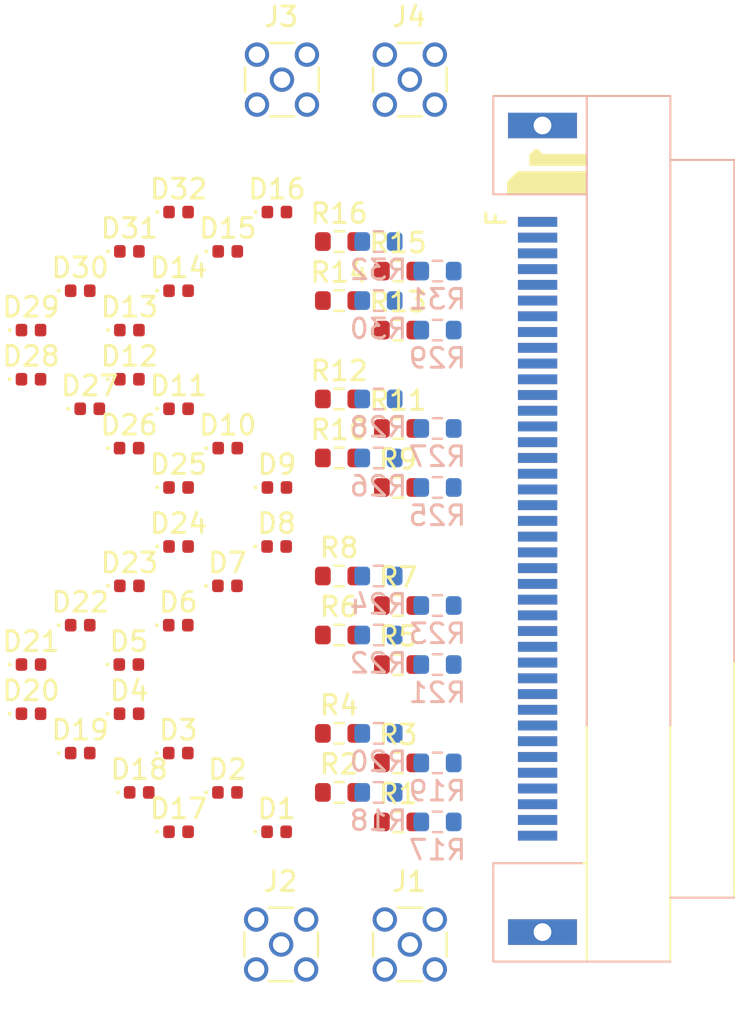
<source format=kicad_pcb>
(kicad_pcb (version 20241229) (generator "pcbnew") (generator_version "9.0")
  (layers (0 "F.Cu" signal) (2 "B.Cu" signal) (13 "F.Paste" user) (15 "B.Paste" user) (5 "F.SilkS" user "F.Silkscreen") (7 "B.SilkS" user "B.Silkscreen") (1 "F.Mask" user) (3 "B.Mask" user) (25 "Edge.Cuts" user))
  (net 0 "")
  (net 1 "GND")
  (net 2 "Net-(D1-A)")
  (net 3 "sig01")
  (net 4 "Net-(D2-A)")
  (net 5 "sig02")
  (net 6 "Net-(D3-A)")
  (net 7 "sig03")
  (net 9 "sig23")
  (net 10 "sig14")
  (net 11 "sig27")
  (net 12 "sig07")
  (net 13 "sig08")
  (net 14 "sig10")
  (net 15 "sig16")
  (net 17 "sig24")
  (net 19 "sig09")
  (net 20 "sig13")
  (net 23 "sig26")
  (net 25 "sig31")
  (net 26 "sig29")
  (net 28 "sig15")
  (net 29 "sig28")
  (net 30 "sig32")
  (net 32 "sig12")
  (net 33 "sig30")
  (net 34 "sig11")
  (net 35 "sig25")
  (net 36 "Net-(D4-A)")
  (net 37 "Net-(D5-A)")
  (net 38 "Net-(D6-A)")
  (net 39 "Net-(D7-A)")
  (net 40 "Net-(D8-A)")
  (net 41 "Net-(D9-A)")
  (net 42 "Net-(D10-A)")
  (net 43 "Net-(D11-A)")
  (net 44 "Net-(D12-A)")
  (net 45 "Net-(D13-A)")
  (net 46 "Net-(D14-A)")
  (net 47 "Net-(D15-A)")
  (net 48 "Net-(D16-A)")
  (net 49 "Net-(D17-A)")
  (net 50 "Net-(D18-A)")
  (net 51 "Net-(D19-A)")
  (net 52 "Net-(D20-A)")
  (net 53 "Net-(D21-A)")
  (net 54 "Net-(D22-A)")
  (net 55 "Net-(D23-A)")
  (net 56 "Net-(D24-A)")
  (net 57 "Net-(D25-A)")
  (net 58 "Net-(D26-A)")
  (net 59 "Net-(D27-A)")
  (net 60 "Net-(D28-A)")
  (net 61 "Net-(D29-A)")
  (net 62 "Net-(D30-A)")
  (net 63 "Net-(D31-A)")
  (net 64 "Net-(D32-A)")
  (net 65 "sig04")
  (net 66 "sig05")
  (net 67 "sig06")
  (net 68 "sig17")
  (net 69 "sig18")
  (net 70 "sig19")
  (net 71 "sig20")
  (net 72 "sig21")
  (net 73 "sig22")
  (footprint "LED_SMD:LED_0402_1005Metric" (layer "F.Cu") (at 133.515 91.5)
    (property "Reference" "D21" (at 0 -1.17 0) (layer "F.SilkS"))
    (property "Value" "LED")
    (pad "1" smd roundrect (at -0.485 0) (size 0.59 0.64) (layers "F.Cu" "F.Mask" "F.Paste") (net 1 "GND"))
    (pad "2" smd roundrect (at 0.485 0) (size 0.59 0.64) (layers "F.Cu" "F.Mask" "F.Paste") (net 53 "Net-(D21-A)"))
  )
  (footprint "LED_SMD:LED_0402_1005Metric" (layer "F.Cu") (at 133.515 77)
    (property "Reference" "D28" (at 0 -1.17 0) (layer "F.SilkS"))
    (property "Value" "LED")
    (pad "1" smd roundrect (at -0.485 0) (size 0.59 0.64) (layers "F.Cu" "F.Mask" "F.Paste") (net 1 "GND"))
    (pad "2" smd roundrect (at 0.485 0) (size 0.59 0.64) (layers "F.Cu" "F.Mask" "F.Paste") (net 60 "Net-(D28-A)"))
  )
  (footprint "Resistor_SMD:R_0603_1608Metric" (layer "F.Cu") (at 152.175 88.5)
    (property "Reference" "R7" (at 0 -1.43 0) (layer "F.SilkS"))
    (property "Value" "R")
    (pad "1" smd roundrect (at -0.825 0) (size 0.8 0.95) (layers "F.Cu" "F.Mask" "F.Paste") (net 39 "Net-(D7-A)"))
    (pad "2" smd roundrect (at 0.825 0) (size 0.8 0.95) (layers "F.Cu" "F.Mask" "F.Paste") (net 12 "sig07"))
  )
  (footprint "LED_SMD:LED_0402_1005Metric" (layer "F.Cu") (at 138.515 74.5)
    (property "Reference" "D13" (at 0 -1.17 0) (layer "F.SilkS"))
    (property "Value" "LED")
    (pad "1" smd roundrect (at -0.485 0) (size 0.59 0.64) (layers "F.Cu" "F.Mask" "F.Paste") (net 1 "GND"))
    (pad "2" smd roundrect (at 0.485 0) (size 0.59 0.64) (layers "F.Cu" "F.Mask" "F.Paste") (net 45 "Net-(D13-A)"))
  )
  (footprint "LED_SMD:LED_0402_1005Metric" (layer "F.Cu") (at 133.515 74.5)
    (property "Reference" "D29" (at 0 -1.17 0) (layer "F.SilkS"))
    (property "Value" "LED")
    (pad "1" smd roundrect (at -0.485 0) (size 0.59 0.64) (layers "F.Cu" "F.Mask" "F.Paste") (net 1 "GND"))
    (pad "2" smd roundrect (at 0.485 0) (size 0.59 0.64) (layers "F.Cu" "F.Mask" "F.Paste") (net 61 "Net-(D29-A)"))
  )
  (footprint "LED_SMD:LED_0402_1005Metric" (layer "F.Cu") (at 138.515 77)
    (property "Reference" "D12" (at 0 -1.17 0) (layer "F.SilkS"))
    (property "Value" "LED")
    (pad "1" smd roundrect (at -0.485 0) (size 0.59 0.64) (layers "F.Cu" "F.Mask" "F.Paste") (net 1 "GND"))
    (pad "2" smd roundrect (at 0.485 0) (size 0.59 0.64) (layers "F.Cu" "F.Mask" "F.Paste") (net 44 "Net-(D12-A)"))
  )
  (footprint "LED_SMD:LED_0402_1005Metric" (layer "F.Cu") (at 141 96)
    (property "Reference" "D3" (at 0 -1.17 0) (layer "F.SilkS"))
    (property "Value" "LED")
    (pad "1" smd roundrect (at -0.485 0) (size 0.59 0.64) (layers "F.Cu" "F.Mask" "F.Paste") (net 1 "GND"))
    (pad "2" smd roundrect (at 0.485 0) (size 0.59 0.64) (layers "F.Cu" "F.Mask" "F.Paste") (net 6 "Net-(D3-A)"))
  )
  (footprint "LED_SMD:LED_0402_1005Metric" (layer "F.Cu") (at 138.515 87.5)
    (property "Reference" "D23" (at 0 -1.17 0) (layer "F.SilkS"))
    (property "Value" "LED")
    (pad "1" smd roundrect (at -0.485 0) (size 0.59 0.64) (layers "F.Cu" "F.Mask" "F.Paste") (net 1 "GND"))
    (pad "2" smd roundrect (at 0.485 0) (size 0.59 0.64) (layers "F.Cu" "F.Mask" "F.Paste") (net 55 "Net-(D23-A)"))
  )
  (footprint "LED_SMD:LED_0402_1005Metric" (layer "F.Cu") (at 141.015 72.5)
    (property "Reference" "D14" (at 0 -1.17 0) (layer "F.SilkS"))
    (property "Value" "LED")
    (pad "1" smd roundrect (at -0.485 0) (size 0.59 0.64) (layers "F.Cu" "F.Mask" "F.Paste") (net 1 "GND"))
    (pad "2" smd roundrect (at 0.485 0) (size 0.59 0.64) (layers "F.Cu" "F.Mask" "F.Paste") (net 46 "Net-(D14-A)"))
  )
  (footprint "LED_SMD:LED_0402_1005Metric" (layer "F.Cu") (at 138.5 94)
    (property "Reference" "D4" (at 0 -1.17 0) (layer "F.SilkS"))
    (property "Value" "LED")
    (pad "1" smd roundrect (at -0.485 0) (size 0.59 0.64) (layers "F.Cu" "F.Mask" "F.Paste") (net 1 "GND"))
    (pad "2" smd roundrect (at 0.485 0) (size 0.59 0.64) (layers "F.Cu" "F.Mask" "F.Paste") (net 36 "Net-(D4-A)"))
  )
  (footprint "LED_SMD:LED_0402_1005Metric" (layer "F.Cu") (at 143.515 70.5)
    (property "Reference" "D15" (at 0 -1.17 0) (layer "F.SilkS"))
    (property "Value" "LED")
    (pad "1" smd roundrect (at -0.485 0) (size 0.59 0.64) (layers "F.Cu" "F.Mask" "F.Paste") (net 1 "GND"))
    (pad "2" smd roundrect (at 0.485 0) (size 0.59 0.64) (layers "F.Cu" "F.Mask" "F.Paste") (net 47 "Net-(D15-A)"))
  )
  (footprint "LED_SMD:LED_0402_1005Metric" (layer "F.Cu") (at 139.015 98)
    (property "Reference" "D18" (at 0 -1.17 0) (layer "F.SilkS"))
    (property "Value" "LED")
    (pad "1" smd roundrect (at -0.485 0) (size 0.59 0.64) (layers "F.Cu" "F.Mask" "F.Paste") (net 1 "GND"))
    (pad "2" smd roundrect (at 0.485 0) (size 0.59 0.64) (layers "F.Cu" "F.Mask" "F.Paste") (net 50 "Net-(D18-A)"))
  )
  (footprint "LED_SMD:LED_0402_1005Metric" (layer "F.Cu") (at 136.015 96)
    (property "Reference" "D19" (at 0 -1.17 0) (layer "F.SilkS"))
    (property "Value" "LED")
    (pad "1" smd roundrect (at -0.485 0) (size 0.59 0.64) (layers "F.Cu" "F.Mask" "F.Paste") (net 1 "GND"))
    (pad "2" smd roundrect (at 0.485 0) (size 0.59 0.64) (layers "F.Cu" "F.Mask" "F.Paste") (net 51 "Net-(D19-A)"))
  )
  (footprint "LED_SMD:LED_0402_1005Metric" (layer "F.Cu") (at 143.515 80.5)
    (property "Reference" "D10" (at 0 -1.17 0) (layer "F.SilkS"))
    (property "Value" "LED")
    (pad "1" smd roundrect (at -0.485 0) (size 0.59 0.64) (layers "F.Cu" "F.Mask" "F.Paste") (net 1 "GND"))
    (pad "2" smd roundrect (at 0.485 0) (size 0.59 0.64) (layers "F.Cu" "F.Mask" "F.Paste") (net 42 "Net-(D10-A)"))
  )
  (footprint "LED_SMD:LED_0402_1005Metric" (layer "F.Cu") (at 136.015 89.5)
    (property "Reference" "D22" (at 0 -1.17 0) (layer "F.SilkS"))
    (property "Value" "LED")
    (pad "1" smd roundrect (at -0.485 0) (size 0.59 0.64) (layers "F.Cu" "F.Mask" "F.Paste") (net 1 "GND"))
    (pad "2" smd roundrect (at 0.485 0) (size 0.59 0.64) (layers "F.Cu" "F.Mask" "F.Paste") (net 54 "Net-(D22-A)"))
  )
  (footprint "LED_SMD:LED_0402_1005Metric" (layer "F.Cu") (at 141.015 85.5)
    (property "Reference" "D24" (at 0 -1.17 0) (layer "F.SilkS"))
    (property "Value" "LED")
    (pad "1" smd roundrect (at -0.485 0) (size 0.59 0.64) (layers "F.Cu" "F.Mask" "F.Paste") (net 1 "GND"))
    (pad "2" smd roundrect (at 0.485 0) (size 0.59 0.64) (layers "F.Cu" "F.Mask" "F.Paste") (net 56 "Net-(D24-A)"))
  )
  (footprint "LED_SMD:LED_0402_1005Metric" (layer "F.Cu") (at 141.015 68.5)
    (property "Reference" "D32" (at 0 -1.17 0) (layer "F.SilkS"))
    (property "Value" "LED")
    (pad "1" smd roundrect (at -0.485 0) (size 0.59 0.64) (layers "F.Cu" "F.Mask" "F.Paste") (net 1 "GND"))
    (pad "2" smd roundrect (at 0.485 0) (size 0.59 0.64) (layers "F.Cu" "F.Mask" "F.Paste") (net 64 "Net-(D32-A)"))
  )
  (footprint "Connector_Coaxial:MMCX_Molex_73415-1471_Vertical" (layer "F.Cu") (at 152.77 105.73)
    (property "Reference" "J1" (at -0.04 -3.2 0) (layer "F.SilkS"))
    (property "Value" "Conn_Coaxial_Small")
    (pad "1" thru_hole circle (at 0 0) (size 1.24 1.24) (drill 0.84) (layers "*.Cu" "*.Mask") (net 3 "sig01"))
    (pad "2" thru_hole circle (at -1.27 -1.27) (size 1.24 1.24) (drill 0.84) (layers "*.Cu" "*.Mask") (net 1 "GND"))
    (pad "2" thru_hole circle (at -1.27 1.27) (size 1.24 1.24) (drill 0.84) (layers "*.Cu" "*.Mask") (net 1 "GND"))
    (pad "2" thru_hole circle (at 1.27 -1.27) (size 1.24 1.24) (drill 0.84) (layers "*.Cu" "*.Mask") (net 1 "GND"))
    (pad "2" thru_hole circle (at 1.27 1.27) (size 1.24 1.24) (drill 0.84) (layers "*.Cu" "*.Mask") (net 1 "GND"))
  )
  (footprint "LED_SMD:LED_0402_1005Metric" (layer "F.Cu") (at 141.015 100)
    (property "Reference" "D17" (at 0 -1.17 0) (layer "F.SilkS"))
    (property "Value" "LED")
    (pad "1" smd roundrect (at -0.485 0) (size 0.59 0.64) (layers "F.Cu" "F.Mask" "F.Paste") (net 1 "GND"))
    (pad "2" smd roundrect (at 0.485 0) (size 0.59 0.64) (layers "F.Cu" "F.Mask" "F.Paste") (net 49 "Net-(D17-A)"))
  )
  (footprint "LED_SMD:LED_0402_1005Metric" (layer "F.Cu") (at 143.5 87.5)
    (property "Reference" "D7" (at 0 -1.17 0) (layer "F.SilkS"))
    (property "Value" "LED")
    (pad "1" smd roundrect (at -0.485 0) (size 0.59 0.64) (layers "F.Cu" "F.Mask" "F.Paste") (net 1 "GND"))
    (pad "2" smd roundrect (at 0.485 0) (size 0.59 0.64) (layers "F.Cu" "F.Mask" "F.Paste") (net 39 "Net-(D7-A)"))
  )
  (footprint "LED_SMD:LED_0402_1005Metric" (layer "F.Cu") (at 141.015 82.5)
    (property "Reference" "D25" (at 0 -1.17 0) (layer "F.SilkS"))
    (property "Value" "LED")
    (pad "1" smd roundrect (at -0.485 0) (size 0.59 0.64) (layers "F.Cu" "F.Mask" "F.Paste") (net 1 "GND"))
    (pad "2" smd roundrect (at 0.485 0) (size 0.59 0.64) (layers "F.Cu" "F.Mask" "F.Paste") (net 57 "Net-(D25-A)"))
  )
  (footprint "LED_SMD:LED_0402_1005Metric" (layer "F.Cu") (at 146.015 82.5)
    (property "Reference" "D9" (at 0 -1.17 0) (layer "F.SilkS"))
    (property "Value" "LED")
    (pad "1" smd roundrect (at -0.485 0) (size 0.59 0.64) (layers "F.Cu" "F.Mask" "F.Paste") (net 1 "GND"))
    (pad "2" smd roundrect (at 0.485 0) (size 0.59 0.64) (layers "F.Cu" "F.Mask" "F.Paste") (net 41 "Net-(D9-A)"))
  )
  (footprint "LED_SMD:LED_0402_1005Metric" (layer "F.Cu") (at 146 85.5)
    (property "Reference" "D8" (at 0 -1.17 0) (layer "F.SilkS"))
    (property "Value" "LED")
    (pad "1" smd roundrect (at -0.485 0) (size 0.59 0.64) (layers "F.Cu" "F.Mask" "F.Paste") (net 1 "GND"))
    (pad "2" smd roundrect (at 0.485 0) (size 0.59 0.64) (layers "F.Cu" "F.Mask" "F.Paste") (net 40 "Net-(D8-A)"))
  )
  (footprint "Resistor_SMD:R_0603_1608Metric" (layer "F.Cu") (at 152.175 99.5)
    (property "Reference" "R1" (at 0 -1.43 0) (layer "F.SilkS"))
    (property "Value" "R")
    (pad "1" smd roundrect (at -0.825 0) (size 0.8 0.95) (layers "F.Cu" "F.Mask" "F.Paste") (net 2 "Net-(D1-A)"))
    (pad "2" smd roundrect (at 0.825 0) (size 0.8 0.95) (layers "F.Cu" "F.Mask" "F.Paste") (net 3 "sig01"))
  )
  (footprint "Resistor_SMD:R_0603_1608Metric" (layer "F.Cu") (at 149.175 73)
    (property "Reference" "R14" (at 0 -1.43 0) (layer "F.SilkS"))
    (property "Value" "R")
    (pad "1" smd roundrect (at -0.825 0) (size 0.8 0.95) (layers "F.Cu" "F.Mask" "F.Paste") (net 46 "Net-(D14-A)"))
    (pad "2" smd roundrect (at 0.825 0) (size 0.8 0.95) (layers "F.Cu" "F.Mask" "F.Paste") (net 10 "sig14"))
  )
  (footprint "Resistor_SMD:R_0603_1608Metric" (layer "F.Cu") (at 149.175 78)
    (property "Reference" "R12" (at 0 -1.43 0) (layer "F.SilkS"))
    (property "Value" "R")
    (pad "1" smd roundrect (at -0.825 0) (size 0.8 0.95) (layers "F.Cu" "F.Mask" "F.Paste") (net 44 "Net-(D12-A)"))
    (pad "2" smd roundrect (at 0.825 0) (size 0.8 0.95) (layers "F.Cu" "F.Mask" "F.Paste") (net 32 "sig12"))
  )
  (footprint "LED_SMD:LED_0402_1005Metric" (layer "F.Cu") (at 138.485 91.5)
    (property "Reference" "D5" (at 0 -1.17 0) (layer "F.SilkS"))
    (property "Value" "LED")
    (pad "1" smd roundrect (at -0.485 0) (size 0.59 0.64) (layers "F.Cu" "F.Mask" "F.Paste") (net 1 "GND"))
    (pad "2" smd roundrect (at 0.485 0) (size 0.59 0.64) (layers "F.Cu" "F.Mask" "F.Paste") (net 37 "Net-(D5-A)"))
  )
  (footprint "LED_SMD:LED_0402_1005Metric" (layer "F.Cu") (at 141.015 78.5)
    (property "Reference" "D11" (at 0 -1.17 0) (layer "F.SilkS"))
    (property "Value" "LED")
    (pad "1" smd roundrect (at -0.485 0) (size 0.59 0.64) (layers "F.Cu" "F.Mask" "F.Paste") (net 1 "GND"))
    (pad "2" smd roundrect (at 0.485 0) (size 0.59 0.64) (layers "F.Cu" "F.Mask" "F.Paste") (net 43 "Net-(D11-A)"))
  )
  (footprint "LED_SMD:LED_0402_1005Metric" (layer "F.Cu") (at 136.5 78.5)
    (property "Reference" "D27" (at 0 -1.17 0) (layer "F.SilkS"))
    (property "Value" "LED")
    (pad "1" smd roundrect (at -0.485 0) (size 0.59 0.64) (layers "F.Cu" "F.Mask" "F.Paste") (net 1 "GND"))
    (pad "2" smd roundrect (at 0.485 0) (size 0.59 0.64) (layers "F.Cu" "F.Mask" "F.Paste") (net 59 "Net-(D27-A)"))
  )
  (footprint "LED_SMD:LED_0402_1005Metric" (layer "F.Cu") (at 143.5 98)
    (property "Reference" "D2" (at 0 -1.17 0) (layer "F.SilkS"))
    (property "Value" "LED")
    (pad "1" smd roundrect (at -0.485 0) (size 0.59 0.64) (layers "F.Cu" "F.Mask" "F.Paste") (net 1 "GND"))
    (pad "2" smd roundrect (at 0.485 0) (size 0.59 0.64) (layers "F.Cu" "F.Mask" "F.Paste") (net 4 "Net-(D2-A)"))
  )
  (footprint "LED_SMD:LED_0402_1005Metric" (layer "F.Cu") (at 146 100)
    (property "Reference" "D1" (at 0 -1.17 0) (layer "F.SilkS"))
    (property "Value" "LED")
    (pad "1" smd roundrect (at -0.485 0) (size 0.59 0.64) (layers "F.Cu" "F.Mask" "F.Paste") (net 1 "GND"))
    (pad "2" smd roundrect (at 0.485 0) (size 0.59 0.64) (layers "F.Cu" "F.Mask" "F.Paste") (net 2 "Net-(D1-A)"))
  )
  (footprint "Resistor_SMD:R_0603_1608Metric" (layer "F.Cu") (at 149.175 90)
    (property "Reference" "R6" (at 0 -1.43 0) (layer "F.SilkS"))
    (property "Value" "R")
    (pad "1" smd roundrect (at -0.825 0) (size 0.8 0.95) (layers "F.Cu" "F.Mask" "F.Paste") (net 38 "Net-(D6-A)"))
    (pad "2" smd roundrect (at 0.825 0) (size 0.8 0.95) (layers "F.Cu" "F.Mask" "F.Paste") (net 67 "sig06"))
  )
  (footprint "LED_SMD:LED_0402_1005Metric" (layer "F.Cu") (at 136.015 72.5)
    (property "Reference" "D30" (at 0 -1.17 0) (layer "F.SilkS"))
    (property "Value" "LED")
    (pad "1" smd roundrect (at -0.485 0) (size 0.59 0.64) (layers "F.Cu" "F.Mask" "F.Paste") (net 1 "GND"))
    (pad "2" smd roundrect (at 0.485 0) (size 0.59 0.64) (layers "F.Cu" "F.Mask" "F.Paste") (net 62 "Net-(D30-A)"))
  )
  (footprint "Resistor_SMD:R_0603_1608Metric" (layer "F.Cu") (at 152.175 96.5)
    (property "Reference" "R3" (at 0 -1.43 0) (layer "F.SilkS"))
    (property "Value" "R")
    (pad "1" smd roundrect (at -0.825 0) (size 0.8 0.95) (layers "F.Cu" "F.Mask" "F.Paste") (net 6 "Net-(D3-A)"))
    (pad "2" smd roundrect (at 0.825 0) (size 0.8 0.95) (layers "F.Cu" "F.Mask" "F.Paste") (net 7 "sig03"))
  )
  (footprint "LED_SMD:LED_0402_1005Metric" (layer "F.Cu") (at 141 89.5)
    (property "Reference" "D6" (at 0 -1.17 0) (layer "F.SilkS"))
    (property "Value" "LED")
    (pad "1" smd roundrect (at -0.485 0) (size 0.59 0.64) (layers "F.Cu" "F.Mask" "F.Paste") (net 1 "GND"))
    (pad "2" smd roundrect (at 0.485 0) (size 0.59 0.64) (layers "F.Cu" "F.Mask" "F.Paste") (net 38 "Net-(D6-A)"))
  )
  (footprint "Resistor_SMD:R_0603_1608Metric" (layer "F.Cu") (at 152.175 91.5)
    (property "Reference" "R5" (at 0 -1.43 0) (layer "F.SilkS"))
    (property "Value" "R")
    (pad "1" smd roundrect (at -0.825 0) (size 0.8 0.95) (layers "F.Cu" "F.Mask" "F.Paste") (net 37 "Net-(D5-A)"))
    (pad "2" smd roundrect (at 0.825 0) (size 0.8 0.95) (layers "F.Cu" "F.Mask" "F.Paste") (net 66 "sig05"))
  )
  (footprint "Resistor_SMD:R_0603_1608Metric" (layer "F.Cu") (at 152.175 74.5)
    (property "Reference" "R13" (at 0 -1.43 0) (layer "F.SilkS"))
    (property "Value" "R")
    (pad "1" smd roundrect (at -0.825 0) (size 0.8 0.95) (layers "F.Cu" "F.Mask" "F.Paste") (net 45 "Net-(D13-A)"))
    (pad "2" smd roundrect (at 0.825 0) (size 0.8 0.95) (layers "F.Cu" "F.Mask" "F.Paste") (net 20 "sig13"))
  )
  (footprint "LED_SMD:LED_0402_1005Metric" (layer "F.Cu") (at 146.015 68.5)
    (property "Reference" "D16" (at 0 -1.17 0) (layer "F.SilkS"))
    (property "Value" "LED")
    (pad "1" smd roundrect (at -0.485 0) (size 0.59 0.64) (layers "F.Cu" "F.Mask" "F.Paste") (net 1 "GND"))
    (pad "2" smd roundrect (at 0.485 0) (size 0.59 0.64) (layers "F.Cu" "F.Mask" "F.Paste") (net 48 "Net-(D16-A)"))
  )
  (footprint "LED_SMD:LED_0402_1005Metric" (layer "F.Cu") (at 133.515 94)
    (property "Reference" "D20" (at 0 -1.17 0) (layer "F.SilkS"))
    (property "Value" "LED")
    (pad "1" smd roundrect (at -0.485 0) (size 0.59 0.64) (layers "F.Cu" "F.Mask" "F.Paste") (net 1 "GND"))
    (pad "2" smd roundrect (at 0.485 0) (size 0.59 0.64) (layers "F.Cu" "F.Mask" "F.Paste") (net 52 "Net-(D20-A)"))
  )
  (footprint "Resistor_SMD:R_0603_1608Metric" (layer "F.Cu") (at 149.175 95)
    (property "Reference" "R4" (at 0 -1.43 0) (layer "F.SilkS"))
    (property "Value" "R")
    (pad "1" smd roundrect (at -0.825 0) (size 0.8 0.95) (layers "F.Cu" "F.Mask" "F.Paste") (net 36 "Net-(D4-A)"))
    (pad "2" smd roundrect (at 0.825 0) (size 0.8 0.95) (layers "F.Cu" "F.Mask" "F.Paste") (net 65 "sig04"))
  )
  (footprint "Resistor_SMD:R_0603_1608Metric" (layer "F.Cu") (at 152.175 71.5)
    (property "Reference" "R15" (at 0 -1.43 0) (layer "F.SilkS"))
    (property "Value" "R")
    (pad "1" smd roundrect (at -0.825 0) (size 0.8 0.95) (layers "F.Cu" "F.Mask" "F.Paste") (net 47 "Net-(D15-A)"))
    (pad "2" smd roundrect (at 0.825 0) (size 0.8 0.95) (layers "F.Cu" "F.Mask" "F.Paste") (net 28 "sig15"))
  )
  (footprint "Resistor_SMD:R_0603_1608Metric" (layer "F.Cu") (at 152.175 79.5)
    (property "Reference" "R11" (at 0 -1.43 0) (layer "F.SilkS"))
    (property "Value" "R")
    (pad "1" smd roundrect (at -0.825 0) (size 0.8 0.95) (layers "F.Cu" "F.Mask" "F.Paste") (net 43 "Net-(D11-A)"))
    (pad "2" smd roundrect (at 0.825 0) (size 0.8 0.95) (layers "F.Cu" "F.Mask" "F.Paste") (net 34 "sig11"))
  )
  (footprint "cody:ERF8-040-EM2" (layer "F.Cu") (at 159.365 84.6)
    (property "Reference" "U1" (hide yes))
    (property "Value" "ERF8-ERM8-040-DV")
    (fp_text user "F" (at -1.6 -15.25 90) (layer "F.SilkS") (effects (justify left bottom)))
    (pad "1" smd rect (at -0.1 -15.6) (size 2 0.5) (layers "F.Cu" "F.Mask" "F.Paste") (net 1 "GND"))
    (pad "2" smd rect (at -0.1 -15.6) (size 2 0.5) (layers "B.Cu" "B.Mask" "B.Paste") (net 1 "GND"))
    (pad "3" smd rect (at -0.1 -14.8) (size 2 0.5) (layers "F.Cu" "F.Mask" "F.Paste") (net 15 "sig16"))
    (pad "4" smd rect (at -0.1 -14.8) (size 2 0.5) (layers "B.Cu" "B.Mask" "B.Paste") (net 30 "sig32"))
    (pad "5" smd rect (at -0.1 -14) (size 2 0.5) (layers "F.Cu" "F.Mask" "F.Paste") (net 1 "GND"))
    (pad "6" smd rect (at -0.1 -14) (size 2 0.5) (layers "B.Cu" "B.Mask" "B.Paste") (net 1 "GND"))
    (pad "7" smd rect (at -0.1 -13.2) (size 2 0.5) (layers "F.Cu" "F.Mask" "F.Paste") (net 28 "sig15"))
    (pad "8" smd rect (at -0.1 -13.2) (size 2 0.5) (layers "B.Cu" "B.Mask" "B.Paste") (net 25 "sig31"))
    (pad "9" smd rect (at -0.1 -12.4) (size 2 0.5) (layers "F.Cu" "F.Mask" "F.Paste") (net 1 "GND"))
    (pad "10" smd rect (at -0.1 -12.4) (size 2 0.5) (layers "B.Cu" "B.Mask" "B.Paste") (net 1 "GND"))
    (pad "11" smd rect (at -0.1 -11.6) (size 2 0.5) (layers "F.Cu" "F.Mask" "F.Paste") (net 10 "sig14"))
    (pad "12" smd rect (at -0.1 -11.6) (size 2 0.5) (layers "B.Cu" "B.Mask" "B.Paste") (net 33 "sig30"))
    (pad "13" smd rect (at -0.1 -10.8) (size 2 0.5) (layers "F.Cu" "F.Mask" "F.Paste") (net 1 "GND"))
    (pad "14" smd rect (at -0.1 -10.8) (size 2 0.5) (layers "B.Cu" "B.Mask" "B.Paste") (net 1 "GND"))
    (pad "15" smd rect (at -0.1 -10) (size 2 0.5) (layers "F.Cu" "F.Mask" "F.Paste") (net 20 "sig13"))
    (pad "16" smd rect (at -0.1 -10) (size 2 0.5) (layers "B.Cu" "B.Mask" "B.Paste") (net 26 "sig29"))
    (pad "17" smd rect (at -0.1 -9.2) (size 2 0.5) (layers "F.Cu" "F.Mask" "F.Paste") (net 1 "GND"))
    (pad "18" smd rect (at -0.1 -9.2) (size 2 0.5) (layers "B.Cu" "B.Mask" "B.Paste") (net 1 "GND"))
    (pad "19" smd rect (at -0.1 -8.4) (size 2 0.5) (layers "F.Cu" "F.Mask" "F.Paste"))
    (pad "20" smd rect (at -0.1 -8.4) (size 2 0.5) (layers "B.Cu" "B.Mask" "B.Paste"))
    (pad "21" smd rect (at -0.1 -7.6) (size 2 0.5) (layers "F.Cu" "F.Mask" "F.Paste") (net 1 "GND"))
    (pad "22" smd rect (at -0.1 -7.6) (size 2 0.5) (layers "B.Cu" "B.Mask" "B.Paste") (net 1 "GND"))
    (pad "23" smd rect (at -0.1 -6.8) (size 2 0.5) (layers "F.Cu" "F.Mask" "F.Paste") (net 32 "sig12"))
    (pad "24" smd rect (at -0.1 -6.8) (size 2 0.5) (layers "B.Cu" "B.Mask" "B.Paste") (net 29 "sig28"))
    (pad "25" smd rect (at -0.1 -6) (size 2 0.5) (layers "F.Cu" "F.Mask" "F.Paste") (net 1 "GND"))
    (pad "26" smd rect (at -0.1 -6) (size 2 0.5) (layers "B.Cu" "B.Mask" "B.Paste") (net 1 "GND"))
    (pad "27" smd rect (at -0.1 -5.2) (size 2 0.5) (layers "F.Cu" "F.Mask" "F.Paste") (net 34 "sig11"))
    (pad "28" smd rect (at -0.1 -5.2) (size 2 0.5) (layers "B.Cu" "B.Mask" "B.Paste") (net 11 "sig27"))
    (pad "29" smd rect (at -0.1 -4.4) (size 2 0.5) (layers "F.Cu" "F.Mask" "F.Paste") (net 1 "GND"))
    (pad "30" smd rect (at -0.1 -4.4) (size 2 0.5) (layers "B.Cu" "B.Mask" "B.Paste") (net 1 "GND"))
    (pad "31" smd rect (at -0.1 -3.6) (size 2 0.5) (layers "F.Cu" "F.Mask" "F.Paste") (net 14 "sig10"))
    (pad "32" smd rect (at -0.1 -3.6) (size 2 0.5) (layers "B.Cu" "B.Mask" "B.Paste") (net 23 "sig26"))
    (pad "33" smd rect (at -0.1 -2.8) (size 2 0.5) (layers "F.Cu" "F.Mask" "F.Paste") (net 1 "GND"))
    (pad "34" smd rect (at -0.1 -2.8) (size 2 0.5) (layers "B.Cu" "B.Mask" "B.Paste") (net 1 "GND"))
    (pad "35" smd rect (at -0.1 -2) (size 2 0.5) (layers "F.Cu" "F.Mask" "F.Paste") (net 19 "sig09"))
    (pad "36" smd rect (at -0.1 -2) (size 2 0.5) (layers "B.Cu" "B.Mask" "B.Paste") (net 35 "sig25"))
    (pad "37" smd rect (at -0.1 -1.2) (size 2 0.5) (layers "F.Cu" "F.Mask" "F.Paste") (net 1 "GND"))
    (pad "38" smd rect (at -0.1 -1.2) (size 2 0.5) (layers "B.Cu" "B.Mask" "B.Paste") (net 1 "GND"))
    (pad "39" smd rect (at -0.1 -0.4) (size 2 0.5) (layers "F.Cu" "F.Mask" "F.Paste"))
    (pad "40" smd rect (at -0.1 -0.4) (size 2 0.5) (layers "B.Cu" "B.Mask" "B.Paste"))
    (pad "41" smd rect (at -0.1 0.4) (size 2 0.5) (layers "F.Cu" "F.Mask" "F.Paste"))
    (pad "42" smd rect (at -0.1 0.4) (size 2 0.5) (layers "B.Cu" "B.Mask" "B.Paste"))
    (pad "43" smd rect (at -0.1 1.2) (size 2 0.5) (layers "F.Cu" "F.Mask" "F.Paste") (net 1 "GND"))
    (pad "44" smd rect (at -0.1 1.2) (size 2 0.5) (layers "B.Cu" "B.Mask" "B.Paste") (net 1 "GND"))
    (pad "45" smd rect (at -0.1 2) (size 2 0.5) (layers "F.Cu" "F.Mask" "F.Paste") (net 13 "sig08") (padstack (mode front_inner_back) (layer "Inner" (shape rect) (size 2 0.5)) (layer "B.Cu" (shape rect) (size 2 0.5))))
    (pad "46" smd rect (at -0.1 2) (size 2 0.5) (layers "B.Cu" "B.Mask" "B.Paste") (net 17 "sig24"))
    (pad "47" smd rect (at -0.1 2.8) (size 2 0.5) (layers "F.Cu" "F.Mask" "F.Paste") (net 1 "GND"))
    (pad "48" smd rect (at -0.1 2.8) (size 2 0.5) (layers "B.Cu" "B.Mask" "B.Paste") (net 1 "GND"))
    (pad "49" smd rect (at -0.1 3.6) (size 2 0.5) (layers "F.Cu" "F.Mask" "F.Paste") (net 12 "sig07"))
    (pad "50" smd rect (at -0.1 3.6) (size 2 0.5) (layers "B.Cu" "B.Mask" "B.Paste") (net 9 "sig23"))
    (pad "51" smd rect (at -0.1 4.4) (size 2 0.5) (layers "F.Cu" "F.Mask" "F.Paste") (net 1 "GND"))
    (pad "52" smd rect (at -0.1 4.4) (size 2 0.5) (layers "B.Cu" "B.Mask" "B.Paste") (net 1 "GND"))
    (pad "53" smd rect (at -0.1 5.2) (size 2 0.5) (layers "F.Cu" "F.Mask" "F.Paste") (net 67 "sig06"))
    (pad "54" smd rect (at -0.1 5.2) (size 2 0.5) (layers "B.Cu" "B.Mask" "B.Paste") (net 73 "sig22"))
    (pad "55" smd rect (at -0.1 6) (size 2 0.5) (layers "F.Cu" "F.Mask" "F.Paste") (net 1 "GND"))
    (pad "56" smd rect (at -0.1 6) (size 2 0.5) (layers "B.Cu" "B.Mask" "B.Paste") (net 1 "GND"))
    (pad "57" smd rect (at -0.1 6.8) (size 2 0.5) (layers "F.Cu" "F.Mask" "F.Paste") (net 66 "sig05"))
    (pad "58" smd rect (at -0.1 6.8) (size 2 0.5) (layers "B.Cu" "B.Mask" "B.Paste") (net 72 "sig21"))
    (pad "59" smd rect (at -0.1 7.6) (size 2 0.5) (layers "F.Cu" "F.Mask" "F.Paste") (net 1 "GND"))
    (pad "60" smd rect (at -0.1 7.6) (size 2 0.5) (layers "B.Cu" "B.Mask" "B.Paste") (net 1 "GND"))
    (pad "61" smd rect (at -0.1 8.4) (size 2 0.5) (layers "F.Cu" "F.Mask" "F.Paste"))
    (pad "62" smd rect (at -0.1 8.4) (size 2 0.5) (layers "B.Cu" "B.Mask" "B.Paste"))
    (pad "63" smd rect (at -0.1 9.2) (size 2 0.5) (layers "F.Cu" "F.Mask" "F.Paste") (net 1 "GND"))
    (pad "64" smd rect (at -0.1 9.2) (size 2 0.5) (layers "B.Cu" "B.Mask" "B.Paste") (net 1 "GND"))
    (pad "65" smd rect (at -0.1 10) (size 2 0.5) (layers "F.Cu" "F.Mask" "F.Paste") (net 65 "sig04"))
    (pad "66" smd rect (at -0.1 10) (size 2 0.5) (layers "B.Cu" "B.Mask" "B.Paste") (net 71 "sig20"))
    (pad "67" smd rect (at -0.1 10.8) (size 2 0.5) (layers "F.Cu" "F.Mask" "F.Paste") (net 1 "GND"))
    (pad "68" smd rect (at -0.1 10.8) (size 2 0.5) (layers "B.Cu" "B.Mask" "B.Paste") (net 1 "GND"))
    (pad "69" smd rect (at -0.1 11.6) (size 2 0.5) (layers "F.Cu" "F.Mask" "F.Paste") (net 7 "sig03"))
    (pad "70" smd rect (at -0.1 11.6) (size 2 0.5) (layers "B.Cu" "B.Mask" "B.Paste") (net 70 "sig19"))
    (pad "71" smd rect (at -0.1 12.4) (size 2 0.5) (layers "F.Cu" "F.Mask" "F.Paste") (net 1 "GND"))
    (pad "72" smd rect (at -0.1 12.4) (size 2 0.5) (layers "B.Cu" "B.Mask" "B.Paste") (net 1 "GND"))
    (pad "73" smd rect (at -0.1 13.2) (size 2 0.5) (layers "F.Cu" "F.Mask" "F.Paste") (net 5 "sig02"))
    (pad "74" smd rect (at -0.1 13.2) (size 2 0.5) (layers "B.Cu" "B.Mask" "B.Paste") (net 69 "sig18"))
    (pad "75" smd rect (at -0.1 14) (size 2 0.5) (layers "F.Cu" "F.Mask" "F.Paste") (net 1 "GND"))
    (pad "76" smd rect (at -0.1 14) (size 2 0.5) (layers "B.Cu" "B.Mask" "B.Paste") (net 1 "GND"))
    (pad "77" smd rect (at -0.1 14.8) (size 2 0.5) (layers "F.Cu" "F.Mask" "F.Paste") (net 3 "sig01"))
    (pad "78" smd rect (at -0.1 14.8) (size 2 0.5) (layers "B.Cu" "B.Mask" "B.Paste") (net 68 "sig17"))
    (pad "79" smd rect (at -0.1 15.6) (size 2 0.5) (layers "F.Cu" "F.Mask" "F.Paste") (net 1 "GND"))
    (pad "80" smd rect (at -0.1 15.6) (size 2 0.5) (layers "B.Cu" "B.Mask" "B.Paste") (net 1 "GND"))
    (pad "G1" thru_hole rect (at 0.15 20.5 180) (size 3.5 1.3) (drill 0.9) (layers "*.Cu" "*.Mask") (net 1 "GND"))
    (pad "G2" thru_hole rect (at 0.15 -20.5 180) (size 3.5 1.3) (drill 0.9) (layers "*.Cu" "*.Mask") (net 1 "GND"))
  )
  (footprint "Connector_Coaxial:MMCX_Molex_73415-1471_Vertical" (layer "F.Cu") (at 152.77 61.77)
    (property "Reference" "J4" (at -0.04 -3.2 0) (layer "F.SilkS"))
    (property "Value" "Conn_Coaxial_Small")
    (pad "1" thru_hole circle (at 0 0) (size 1.24 1.24) (drill 0.84) (layers "*.Cu" "*.Mask") (net 65 "sig04"))
    (pad "2" thru_hole circle (at -1.27 -1.27) (size 1.24 1.24) (drill 0.84) (layers "*.Cu" "*.Mask") (net 1 "GND"))
    (pad "2" thru_hole circle (at -1.27 1.27) (size 1.24 1.24) (drill 0.84) (layers "*.Cu" "*.Mask") (net 1 "GND"))
    (pad "2" thru_hole circle (at 1.27 -1.27) (size 1.24 1.24) (drill 0.84) (layers "*.Cu" "*.Mask") (net 1 "GND"))
    (pad "2" thru_hole circle (at 1.27 1.27) (size 1.24 1.24) (drill 0.84) (layers "*.Cu" "*.Mask") (net 1 "GND"))
  )
  (footprint "Resistor_SMD:R_0603_1608Metric" (layer "F.Cu") (at 149.175 87)
    (property "Reference" "R8" (at 0 -1.43 0) (layer "F.SilkS"))
    (property "Value" "R")
    (pad "1" smd roundrect (at -0.825 0) (size 0.8 0.95) (layers "F.Cu" "F.Mask" "F.Paste") (net 40 "Net-(D8-A)"))
    (pad "2" smd roundrect (at 0.825 0) (size 0.8 0.95) (layers "F.Cu" "F.Mask" "F.Paste") (net 13 "sig08"))
  )
  (footprint "Resistor_SMD:R_0603_1608Metric" (layer "F.Cu") (at 149.175 70)
    (property "Reference" "R16" (at 0 -1.43 0) (layer "F.SilkS"))
    (property "Value" "R")
    (pad "1" smd roundrect (at -0.825 0) (size 0.8 0.95) (layers "F.Cu" "F.Mask" "F.Paste") (net 48 "Net-(D16-A)"))
    (pad "2" smd roundrect (at 0.825 0) (size 0.8 0.95) (layers "F.Cu" "F.Mask" "F.Paste") (net 15 "sig16"))
  )
  (footprint "Resistor_SMD:R_0603_1608Metric" (layer "F.Cu") (at 152.175 82.5)
    (property "Reference" "R9" (at 0 -1.43 0) (layer "F.SilkS"))
    (property "Value" "R")
    (pad "1" smd roundrect (at -0.825 0) (size 0.8 0.95) (layers "F.Cu" "F.Mask" "F.Paste") (net 41 "Net-(D9-A)"))
    (pad "2" smd roundrect (at 0.825 0) (size 0.8 0.95) (layers "F.Cu" "F.Mask" "F.Paste") (net 19 "sig09"))
  )
  (footprint "Resistor_SMD:R_0603_1608Metric" (layer "F.Cu") (at 149.175 81)
    (property "Reference" "R10" (at 0 -1.43 0) (layer "F.SilkS"))
    (property "Value" "R")
    (pad "1" smd roundrect (at -0.825 0) (size 0.8 0.95) (layers "F.Cu" "F.Mask" "F.Paste") (net 42 "Net-(D10-A)"))
    (pad "2" smd roundrect (at 0.825 0) (size 0.8 0.95) (layers "F.Cu" "F.Mask" "F.Paste") (net 14 "sig10"))
  )
  (footprint "Connector_Coaxial:MMCX_Molex_73415-1471_Vertical" (layer "F.Cu") (at 146.23 105.73)
    (property "Reference" "J2" (at -0.04 -3.2 0) (layer "F.SilkS"))
    (property "Value" "Conn_Coaxial_Small")
    (pad "1" thru_hole circle (at 0 0) (size 1.24 1.24) (drill 0.84) (layers "*.Cu" "*.Mask") (net 5 "sig02"))
    (pad "2" thru_hole circle (at -1.27 -1.27) (size 1.24 1.24) (drill 0.84) (layers "*.Cu" "*.Mask") (net 1 "GND"))
    (pad "2" thru_hole circle (at -1.27 1.27) (size 1.24 1.24) (drill 0.84) (layers "*.Cu" "*.Mask") (net 1 "GND"))
    (pad "2" thru_hole circle (at 1.27 -1.27) (size 1.24 1.24) (drill 0.84) (layers "*.Cu" "*.Mask") (net 1 "GND"))
    (pad "2" thru_hole circle (at 1.27 1.27) (size 1.24 1.24) (drill 0.84) (layers "*.Cu" "*.Mask") (net 1 "GND"))
  )
  (footprint "Resistor_SMD:R_0603_1608Metric" (layer "F.Cu") (at 149.175 98)
    (property "Reference" "R2" (at 0 -1.43 0) (layer "F.SilkS"))
    (property "Value" "R")
    (pad "1" smd roundrect (at -0.825 0) (size 0.8 0.95) (layers "F.Cu" "F.Mask" "F.Paste") (net 4 "Net-(D2-A)"))
    (pad "2" smd roundrect (at 0.825 0) (size 0.8 0.95) (layers "F.Cu" "F.Mask" "F.Paste") (net 5 "sig02"))
  )
  (footprint "LED_SMD:LED_0402_1005Metric" (layer "F.Cu") (at 138.5 80.5)
    (property "Reference" "D26" (at 0 -1.17 0) (layer "F.SilkS"))
    (property "Value" "LED")
    (pad "1" smd roundrect (at -0.485 0) (size 0.59 0.64) (layers "F.Cu" "F.Mask" "F.Paste") (net 1 "GND"))
    (pad "2" smd roundrect (at 0.485 0) (size 0.59 0.64) (layers "F.Cu" "F.Mask" "F.Paste") (net 58 "Net-(D26-A)"))
  )
  (footprint "Connector_Coaxial:MMCX_Molex_73415-1471_Vertical" (layer "F.Cu") (at 146.27 61.77)
    (property "Reference" "J3" (at -0.04 -3.2 0) (layer "F.SilkS"))
    (property "Value" "Conn_Coaxial_Small")
    (pad "1" thru_hole circle (at 0 0) (size 1.24 1.24) (drill 0.84) (layers "*.Cu" "*.Mask") (net 7 "sig03"))
    (pad "2" thru_hole circle (at -1.27 -1.27) (size 1.24 1.24) (drill 0.84) (layers "*.Cu" "*.Mask") (net 1 "GND"))
    (pad "2" thru_hole circle (at -1.27 1.27) (size 1.24 1.24) (drill 0.84) (layers "*.Cu" "*.Mask") (net 1 "GND"))
    (pad "2" thru_hole circle (at 1.27 -1.27) (size 1.24 1.24) (drill 0.84) (layers "*.Cu" "*.Mask") (net 1 "GND"))
    (pad "2" thru_hole circle (at 1.27 1.27) (size 1.24 1.24) (drill 0.84) (layers "*.Cu" "*.Mask") (net 1 "GND"))
  )
  (footprint "LED_SMD:LED_0402_1005Metric" (layer "F.Cu") (at 138.515 70.5)
    (property "Reference" "D31" (at 0 -1.17 0) (layer "F.SilkS"))
    (property "Value" "LED")
    (pad "1" smd roundrect (at -0.485 0) (size 0.59 0.64) (layers "F.Cu" "F.Mask" "F.Paste") (net 1 "GND"))
    (pad "2" smd roundrect (at 0.485 0) (size 0.59 0.64) (layers "F.Cu" "F.Mask" "F.Paste") (net 63 "Net-(D31-A)"))
  )
  (footprint "Resistor_SMD:R_0603_1608Metric" (layer "B.Cu") (at 154.175 88.5)
    (property "Reference" "R23" (at 0 1.43 0) (layer "B.SilkS") (effects (justify mirror)))
    (property "Value" "R")
    (pad "1" smd roundrect (at -0.825 0) (size 0.8 0.95) (layers "B.Cu" "B.Mask" "B.Paste") (net 55 "Net-(D23-A)"))
    (pad "2" smd roundrect (at 0.825 0) (size 0.8 0.95) (layers "B.Cu" "B.Mask" "B.Paste") (net 9 "sig23"))
  )
  (footprint "Resistor_SMD:R_0603_1608Metric" (layer "B.Cu") (at 154.175 71.5)
    (property "Reference" "R31" (at 0 1.43 0) (layer "B.SilkS") (effects (justify mirror)))
    (property "Value" "R")
    (pad "1" smd roundrect (at -0.825 0) (size 0.8 0.95) (layers "B.Cu" "B.Mask" "B.Paste") (net 63 "Net-(D31-A)"))
    (pad "2" smd roundrect (at 0.825 0) (size 0.8 0.95) (layers "B.Cu" "B.Mask" "B.Paste") (net 25 "sig31"))
  )
  (footprint "Resistor_SMD:R_0603_1608Metric" (layer "B.Cu") (at 154.175 74.5)
    (property "Reference" "R29" (at 0 1.43 0) (layer "B.SilkS") (effects (justify mirror)))
    (property "Value" "R")
    (pad "1" smd roundrect (at -0.825 0) (size 0.8 0.95) (layers "B.Cu" "B.Mask" "B.Paste") (net 61 "Net-(D29-A)"))
    (pad "2" smd roundrect (at 0.825 0) (size 0.8 0.95) (layers "B.Cu" "B.Mask" "B.Paste") (net 26 "sig29"))
  )
  (footprint "Resistor_SMD:R_0603_1608Metric" (layer "B.Cu") (at 151.175 78)
    (property "Reference" "R28" (at 0 1.43 0) (layer "B.SilkS") (effects (justify mirror)))
    (property "Value" "R")
    (pad "1" smd roundrect (at -0.825 0) (size 0.8 0.95) (layers "B.Cu" "B.Mask" "B.Paste") (net 60 "Net-(D28-A)"))
    (pad "2" smd roundrect (at 0.825 0) (size 0.8 0.95) (layers "B.Cu" "B.Mask" "B.Paste") (net 29 "sig28"))
  )
  (footprint "Resistor_SMD:R_0603_1608Metric" (layer "B.Cu") (at 151.175 98)
    (property "Reference" "R18" (at 0 1.43 0) (layer "B.SilkS") (effects (justify mirror)))
    (property "Value" "R")
    (pad "1" smd roundrect (at -0.825 0) (size 0.8 0.95) (layers "B.Cu" "B.Mask" "B.Paste") (net 50 "Net-(D18-A)"))
    (pad "2" smd roundrect (at 0.825 0) (size 0.8 0.95) (layers "B.Cu" "B.Mask" "B.Paste") (net 69 "sig18"))
  )
  (footprint "Resistor_SMD:R_0603_1608Metric" (layer "B.Cu") (at 151.175 73)
    (property "Reference" "R30" (at 0 1.43 0) (layer "B.SilkS") (effects (justify mirror)))
    (property "Value" "R")
    (pad "1" smd roundrect (at -0.825 0) (size 0.8 0.95) (layers "B.Cu" "B.Mask" "B.Paste") (net 62 "Net-(D30-A)"))
    (pad "2" smd roundrect (at 0.825 0) (size 0.8 0.95) (layers "B.Cu" "B.Mask" "B.Paste") (net 33 "sig30"))
  )
  (footprint "Resistor_SMD:R_0603_1608Metric" (layer "B.Cu") (at 154.175 79.5)
    (property "Reference" "R27" (at 0 1.43 0) (layer "B.SilkS") (effects (justify mirror)))
    (property "Value" "R")
    (pad "1" smd roundrect (at -0.825 0) (size 0.8 0.95) (layers "B.Cu" "B.Mask" "B.Paste") (net 59 "Net-(D27-A)"))
    (pad "2" smd roundrect (at 0.825 0) (size 0.8 0.95) (layers "B.Cu" "B.Mask" "B.Paste") (net 11 "sig27"))
  )
  (footprint "Resistor_SMD:R_0603_1608Metric" (layer "B.Cu") (at 151.175 95)
    (property "Reference" "R20" (at 0 1.43 0) (layer "B.SilkS") (effects (justify mirror)))
    (property "Value" "R")
    (pad "1" smd roundrect (at -0.825 0) (size 0.8 0.95) (layers "B.Cu" "B.Mask" "B.Paste") (net 52 "Net-(D20-A)"))
    (pad "2" smd roundrect (at 0.825 0) (size 0.8 0.95) (layers "B.Cu" "B.Mask" "B.Paste") (net 71 "sig20"))
  )
  (footprint "Resistor_SMD:R_0603_1608Metric" (layer "B.Cu") (at 151.175 90)
    (property "Reference" "R22" (at 0 1.43 0) (layer "B.SilkS") (effects (justify mirror)))
    (property "Value" "R")
    (pad "1" smd roundrect (at -0.825 0) (size 0.8 0.95) (layers "B.Cu" "B.Mask" "B.Paste") (net 54 "Net-(D22-A)"))
    (pad "2" smd roundrect (at 0.825 0) (size 0.8 0.95) (layers "B.Cu" "B.Mask" "B.Paste") (net 73 "sig22"))
  )
  (footprint "Resistor_SMD:R_0603_1608Metric" (layer "B.Cu") (at 154.175 99.5)
    (property "Reference" "R17" (at 0 1.43 0) (layer "B.SilkS") (effects (justify mirror)))
    (property "Value" "R")
    (pad "1" smd roundrect (at -0.825 0) (size 0.8 0.95) (layers "B.Cu" "B.Mask" "B.Paste") (net 49 "Net-(D17-A)"))
    (pad "2" smd roundrect (at 0.825 0) (size 0.8 0.95) (layers "B.Cu" "B.Mask" "B.Paste") (net 68 "sig17"))
  )
  (footprint "Resistor_SMD:R_0603_1608Metric" (layer "B.Cu") (at 154.175 82.5)
    (property "Reference" "R25" (at 0 1.43 0) (layer "B.SilkS") (effects (justify mirror)))
    (property "Value" "R")
    (pad "1" smd roundrect (at -0.825 0) (size 0.8 0.95) (layers "B.Cu" "B.Mask" "B.Paste") (net 57 "Net-(D25-A)"))
    (pad "2" smd roundrect (at 0.825 0) (size 0.8 0.95) (layers "B.Cu" "B.Mask" "B.Paste") (net 35 "sig25"))
  )
  (footprint "Resistor_SMD:R_0603_1608Metric" (layer "B.Cu") (at 151.175 81)
    (property "Reference" "R26" (at 0 1.43 0) (layer "B.SilkS") (effects (justify mirror)))
    (property "Value" "R")
    (pad "1" smd roundrect (at -0.825 0) (size 0.8 0.95) (layers "B.Cu" "B.Mask" "B.Paste") (net 58 "Net-(D26-A)"))
    (pad "2" smd roundrect (at 0.825 0) (size 0.8 0.95) (layers "B.Cu" "B.Mask" "B.Paste") (net 23 "sig26"))
  )
  (footprint "Resistor_SMD:R_0603_1608Metric" (layer "B.Cu") (at 151.175 87)
    (property "Reference" "R24" (at 0 1.43 0) (layer "B.SilkS") (effects (justify mirror)))
    (property "Value" "R")
    (pad "1" smd roundrect (at -0.825 0) (size 0.8 0.95) (layers "B.Cu" "B.Mask" "B.Paste") (net 56 "Net-(D24-A)"))
    (pad "2" smd roundrect (at 0.825 0) (size 0.8 0.95) (layers "B.Cu" "B.Mask" "B.Paste") (net 17 "sig24"))
  )
  (footprint "Resistor_SMD:R_0603_1608Metric" (layer "B.Cu") (at 151.175 70)
    (property "Reference" "R32" (at 0 1.43 0) (layer "B.SilkS") (effects (justify mirror)))
    (property "Value" "R")
    (pad "1" smd roundrect (at -0.825 0) (size 0.8 0.95) (layers "B.Cu" "B.Mask" "B.Paste") (net 64 "Net-(D32-A)"))
    (pad "2" smd roundrect (at 0.825 0) (size 0.8 0.95) (layers "B.Cu" "B.Mask" "B.Paste") (net 30 "sig32"))
  )
  (footprint "Resistor_SMD:R_0603_1608Metric" (layer "B.Cu") (at 154.175 91.5)
    (property "Reference" "R21" (at 0 1.43 0) (layer "B.SilkS") (effects (justify mirror)))
    (property "Value" "R")
    (pad "1" smd roundrect (at -0.825 0) (size 0.8 0.95) (layers "B.Cu" "B.Mask" "B.Paste") (net 53 "Net-(D21-A)"))
    (pad "2" smd roundrect (at 0.825 0) (size 0.8 0.95) (layers "B.Cu" "B.Mask" "B.Paste") (net 72 "sig21"))
  )
  (footprint "Resistor_SMD:R_0603_1608Metric" (layer "B.Cu") (at 154.175 96.5)
    (property "Reference" "R19" (at 0 1.43 0) (layer "B.SilkS") (effects (justify mirror)))
    (property "Value" "R")
    (pad "1" smd roundrect (at -0.825 0) (size 0.8 0.95) (layers "B.Cu" "B.Mask" "B.Paste") (net 51 "Net-(D19-A)"))
    (pad "2" smd roundrect (at 0.825 0) (size 0.8 0.95) (layers "B.Cu" "B.Mask" "B.Paste") (net 70 "sig19"))
  )
)
</source>
